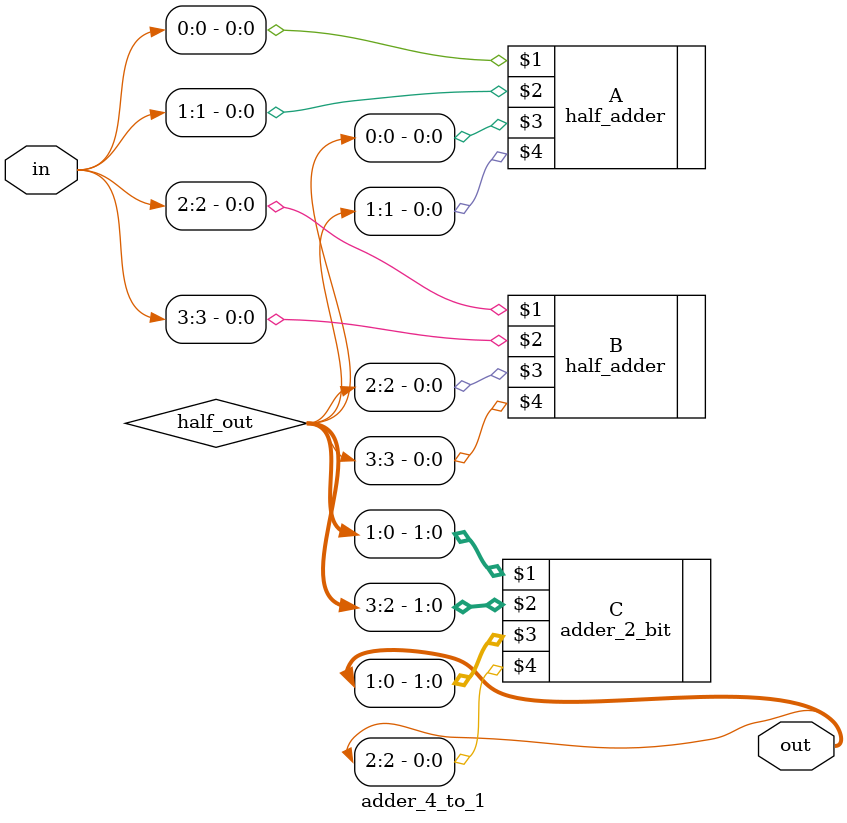
<source format=sv>
module adder_4_to_1(in, out);
  input wire [3:0] in;
  output logic [2:0] out;

  wire [3:0] half_out;

  half_adder A(in[0], in[1], half_out[0], half_out[1]);
  half_adder B(in[2], in[3], half_out[2], half_out[3]);
  adder_2_bit C(half_out[1:0], half_out[3:2], out[1:0], out[2]);
endmodule
</source>
